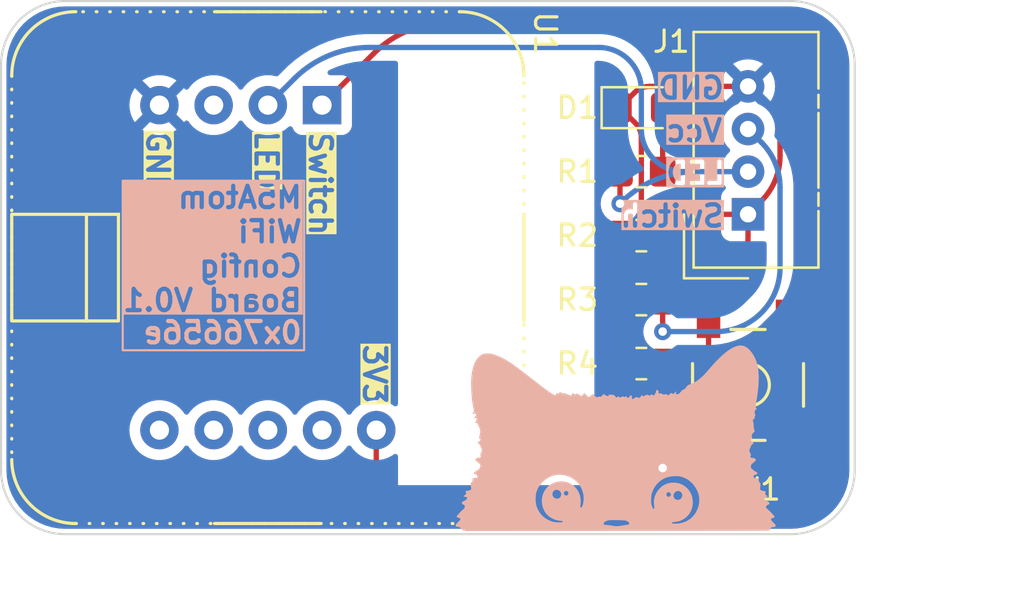
<source format=kicad_pcb>
(kicad_pcb (version 20221018) (generator pcbnew)
  (title_block (title "M5 Atom Carrier Board") (date "2023-11-14") (rev "1"))
  (layers (0 "F.Cu" signal) (31 "B.Cu" signal) (34 "B.Paste" user) (35 "F.Paste" user) (36 "B.SilkS" user "B.Silkscreen") (37 "F.SilkS" user "F.Silkscreen") (38 "B.Mask" user) (39 "F.Mask" user) (44 "Edge.Cuts" user))
  (net 0 "")
  (net 1 "GND")
  (net 2 "Net-(D1-A)")
  (net 3 "/SW")
  (net 4 "/LED")
  (net 5 "/Vcc")
  (net 6 "+3V3")
  (net 7 "Net-(R4-Pad1)")
  (net 8 "Net-(U1-5V)")
  (footprint "Resistor_SMD:R_0805_2012Metric_Pad1.20x1.40mm_HandSolder" (layer "F.Cu") (at 110 64)
    (fp_text reference "R3" (at -3 0) (layer "F.SilkS"))
    (fp_text value "10K")
    (pad "1" smd roundrect locked (at -1 0) (size 1.2 1.4) (layers "F.Cu" "F.Paste" "F.Mask") (roundrect_rratio 0.208333) (net 6 "+3V3"))
    (pad "2" smd roundrect locked (at 1 0) (size 1.2 1.4) (layers "F.Cu" "F.Paste" "F.Mask") (roundrect_rratio 0.208333) (net 5 "/Vcc"))
  )
  (footprint "LED_SMD:LED_0805_2012Metric_Pad1.15x1.40mm_HandSolder" (layer "F.Cu") (at 110 55)
    (fp_text reference "D1" (at -3 0) (layer "F.SilkS"))
    (fp_text value "LED")
    (pad "1" smd roundrect locked (at -1.025 0) (size 1.15 1.4) (layers "F.Cu" "F.Paste" "F.Mask") (roundrect_rratio 0.217391) (net 1 "GND"))
    (pad "2" smd roundrect locked (at 1.025 0) (size 1.15 1.4) (layers "F.Cu" "F.Paste" "F.Mask") (roundrect_rratio 0.217391) (net 2 "Net-(D1-A)"))
  )
  (footprint "Resistor_SMD:R_0805_2012Metric_Pad1.20x1.40mm_HandSolder" (layer "F.Cu") (at 110 70 180)
    (fp_text reference "R5" (at 3 0) (layer "F.SilkS"))
    (fp_text value "10K")
    (pad "1" smd roundrect locked (at -1 0 180) (size 1.2 1.4) (layers "F.Cu" "F.Paste" "F.Mask") (roundrect_rratio 0.208333) (net 1 "GND"))
    (pad "2" smd roundrect locked (at 1 0 180) (size 1.2 1.4) (layers "F.Cu" "F.Paste" "F.Mask") (roundrect_rratio 0.208333) (net 7 "Net-(R4-Pad1)"))
  )
  (footprint "Resistor_SMD:R_0805_2012Metric_Pad1.20x1.40mm_HandSolder" (layer "F.Cu") (at 110 61 180)
    (fp_text reference "R2" (at 3 0) (layer "F.SilkS"))
    (fp_text value "10K")
    (pad "1" smd roundrect locked (at -1 0 180) (size 1.2 1.4) (layers "F.Cu" "F.Paste" "F.Mask") (roundrect_rratio 0.208333) (net 3 "/SW"))
    (pad "2" smd roundrect locked (at 1 0 180) (size 1.2 1.4) (layers "F.Cu" "F.Paste" "F.Mask") (roundrect_rratio 0.208333) (net 1 "GND"))
  )
  (footprint "M5Stack_THT:M5Atom" (layer "F.Cu") (at 92.5 62.5 -90)
    (fp_text reference "U1" (at -11 -13 -90 unlocked) (layer "F.SilkS"))
    (fp_text value "M5Atom")
    (pad "1" thru_hole rect locked (at -7.62 -2.54 270) (size 1.8 1.8) (drill 0.9) (layers "*.Cu" "*.Mask") (net 3 "/SW"))
    (pad "2" thru_hole circle locked (at -7.62 0 270) (size 1.8 1.8) (drill 0.9) (layers "*.Cu" "*.Mask") (net 4 "/LED"))
    (pad "3" thru_hole circle locked (at -7.62 2.54 270) (size 1.8 1.8) (drill 0.9) (layers "*.Cu" "*.Mask") (net 8 "Net-(U1-5V)"))
    (pad "4" thru_hole circle locked (at -7.62 5.08 270) (size 1.8 1.8) (drill 0.9) (layers "*.Cu" "*.Mask") (net 1 "GND"))
    (pad "5" thru_hole circle locked (at 7.62 5.08 270) (size 1.8 1.8) (drill 0.9) (layers "*.Cu" "*.Mask"))
    (pad "6" thru_hole circle locked (at 7.62 2.54 270) (size 1.8 1.8) (drill 0.9) (layers "*.Cu" "*.Mask"))
    (pad "7" thru_hole circle locked (at 7.62 0 270) (size 1.8 1.8) (drill 0.9) (layers "*.Cu" "*.Mask"))
    (pad "8" thru_hole circle locked (at 7.62 -2.54 270) (size 1.8 1.8) (drill 0.9) (layers "*.Cu" "*.Mask"))
    (pad "9" thru_hole circle locked (at 7.62 -5.08 270) (size 1.8 1.8) (drill 0.9) (layers "*.Cu" "*.Mask") (net 6 "+3V3"))
    (zone (net 0) (net_name "") (layers "*.Cu") (name "Antenna Keepout") (connect_pads (clearance 0)) (min_thickness 0.25)
      (keepout (tracks not_allowed) (vias not_allowed) (pads not_allowed) (copperpour not_allowed) (footprints not_allowed))
      (fill (thermal_gap 0.5) (thermal_bridge_width 0.5))
      (polygon (pts (xy 107.8 52.3) (xy 98.6 52.3) (xy 98.6 72.7) (xy 107.8 72.7)))
    )
  )
  (footprint "Connector:NS-Tech_Grove_1x04_P2mm_Vertical" (layer "F.Cu") (at 115 60 180)
    (fp_text reference "J1" (at 3.6 8.1) (layer "F.SilkS"))
    (fp_text value "Grove")
    (pad "1" thru_hole rect locked (at 0 0 180) (size 1.524 1.524) (drill 0.762) (layers "*.Cu" "*.Mask") (net 3 "/SW"))
    (pad "2" thru_hole circle locked (at 0 2 180) (size 1.524 1.524) (drill 0.762) (layers "*.Cu" "*.Mask") (net 4 "/LED"))
    (pad "3" thru_hole circle locked (at 0 4 180) (size 1.524 1.524) (drill 0.762) (layers "*.Cu" "*.Mask") (net 5 "/Vcc"))
    (pad "4" thru_hole circle locked (at 0 6 180) (size 1.524 1.524) (drill 0.762) (layers "*.Cu" "*.Mask") (net 1 "GND"))
  )
  (footprint "Resistor_SMD:R_0805_2012Metric_Pad1.20x1.40mm_HandSolder" (layer "F.Cu") (at 110 58)
    (fp_text reference "R1" (at -3 0) (layer "F.SilkS"))
    (fp_text value "330")
    (pad "1" smd roundrect locked (at -1 0) (size 1.2 1.4) (layers "F.Cu" "F.Paste" "F.Mask") (roundrect_rratio 0.208333) (net 4 "/LED"))
    (pad "2" smd roundrect locked (at 1 0) (size 1.2 1.4) (layers "F.Cu" "F.Paste" "F.Mask") (roundrect_rratio 0.208333) (net 2 "Net-(D1-A)"))
  )
  (footprint "Resistor_SMD:R_0805_2012Metric_Pad1.20x1.40mm_HandSolder" (layer "F.Cu") (at 110 67 180)
    (fp_text reference "R4" (at 3 0) (layer "F.SilkS"))
    (fp_text value "10K")
    (pad "1" smd roundrect locked (at -1 0 180) (size 1.2 1.4) (layers "F.Cu" "F.Paste" "F.Mask") (roundrect_rratio 0.208333) (net 7 "Net-(R4-Pad1)"))
    (pad "2" smd roundrect locked (at 1 0 180) (size 1.2 1.4) (layers "F.Cu" "F.Paste" "F.Mask") (roundrect_rratio 0.208333) (net 6 "+3V3"))
  )
  (footprint "Switch_SMD:SparkFun_COM-08720" (layer "F.Cu") (at 115 68 90)
    (fp_text reference "SW1" (at -4.9 0 unlocked) (layer "F.SilkS"))
    (fp_text value "Button")
    (pad "1" smd rect locked (at -3.1 -1.85 90) (size 1.8 1.1) (layers "F.Cu" "F.Paste" "F.Mask") (net 3 "/SW"))
    (pad "1" smd rect locked (at 3.1 -1.85 90) (size 1.8 1.1) (layers "F.Cu" "F.Paste" "F.Mask") (net 3 "/SW"))
    (pad "2" smd rect locked (at -3.1 1.85 90) (size 1.8 1.1) (layers "F.Cu" "F.Paste" "F.Mask") (net 6 "+3V3"))
    (pad "2" smd rect locked (at 3.1 1.85 90) (size 1.8 1.1) (layers "F.Cu" "F.Paste" "F.Mask") (net 6 "+3V3"))
  )
  (footprint "Logo:Cat1-Logo_15x8.7mm_SilkScreen" (layer "B.Cu") (at 108.8 70.5 180)
    (fp_text reference "REF**" hide)
    (fp_text value "Cat1-Logo_15x8.7mm_SilkScreen" hide)
  )
  (gr_rect locked (start 85.7 58.425) (end 94.2 66.375) (stroke (width 0.1)) (fill none) (layer "B.SilkS"))
  (gr_arc locked (start 120 72) (mid 119.12132 74.12132) (end 117 75) (stroke (width 0.1)) (layer "Edge.Cuts"))
  (gr_arc locked (start 117 50) (mid 119.12132 50.87868) (end 120 53) (stroke (width 0.1)) (layer "Edge.Cuts"))
  (gr_arc locked (start 80 53) (mid 80.87868 50.87868) (end 83 50) (stroke (width 0.1)) (layer "Edge.Cuts"))
  (gr_line locked (start 120 53) (end 120 72) (stroke (width 0.1)) (layer "Edge.Cuts"))
  (gr_arc locked (start 83 75) (mid 80.87868 74.12132) (end 80 72) (stroke (width 0.1)) (layer "Edge.Cuts"))
  (gr_line locked (start 80 53) (end 80 72) (stroke (width 0.1)) (layer "Edge.Cuts"))
  (gr_line locked (start 83 75) (end 117 75) (stroke (width 0.1)) (layer "Edge.Cuts"))
  (gr_line locked (start 117 50) (end 83 50) (stroke (width 0.1)) (layer "Edge.Cuts"))
  (gr_text locked "GND" (at 113.98 54.664) (layer "B.SilkS" knockout) (effects (font (size 1 1) (thickness 0.2) bold) (justify left bottom mirror)))
  (gr_text locked "Vcc" (at 113.89 56.664) (layer "B.SilkS" knockout) (effects (font (size 1 1) (thickness 0.2) bold) (justify left bottom mirror)))
  (gr_text locked "LED" (at 114.03 58.664) (layer "B.SilkS" knockout) (effects (font (size 1 1) (thickness 0.2) bold) (justify left bottom mirror)))
  (gr_text locked "M5Atom\nWiFi\nConfig\nBoard V0.1" (at 94.2 64.625) (layer "B.SilkS" knockout) (effects (font (size 1 1) (thickness 0.2) bold) (justify left bottom mirror)))
  (gr_text locked "Switch" (at 113.98 60.664) (layer "B.SilkS" knockout) (effects (font (size 1 1) (thickness 0.2) bold) (justify left bottom mirror)))
  (gr_text locked "0x76656e" (at 94.2 66.135) (layer "B.SilkS") (effects (font (size 1 1) (thickness 0.2) bold) (justify left bottom mirror)))
  (gr_text locked "3V3" (at 96.916 66 270) (layer "F.SilkS" knockout) (effects (font (size 1 1) (thickness 0.2) bold) (justify left bottom)))
  (gr_text locked "LED" (at 91.836 55.97 270) (layer "F.SilkS" knockout) (effects (font (size 1 1) (thickness 0.2) bold) (justify left bottom)))
  (gr_text locked "GND" (at 86.756 55.97 270) (layer "F.SilkS" knockout) (effects (font (size 1 1) (thickness 0.2) bold) (justify left bottom)))
  (gr_text locked "Switch" (at 94.376 56.02 270) (layer "F.SilkS" knockout) (effects (font (size 1 1) (thickness 0.2) bold) (justify left bottom)))
  (segment (start 110.389214 54) (end 115 54) (width 0.25) (layer "F.Cu") (net 1))
  (segment (start 109 55) (end 108.975 55) (width 0.1524) (layer "F.Cu") (net 1))
  (segment (start 109.707107 55.707107) (end 109 55) (width 0.25) (layer "F.Cu") (net 1))
  (segment (start 108.975 55) (end 109.682107 54.292893) (width 0.25) (layer "F.Cu") (net 1))
  (segment (start 111 70) (end 111 71.9) (width 0.25) (layer "F.Cu") (net 1))
  (segment (start 109 61) (end 109.707107 60.292893) (width 0.25) (layer "F.Cu") (net 1))
  (segment (start 110 59.585786) (end 110 56.414214) (width 0.25) (layer "F.Cu") (net 1))
  (via (at 111 71.9) (size 0.8) (drill 0.4) (layers "F.Cu" "B.Cu") (net 1))
  (arc (start 109.707107 55.707107) (mid 109.92388 56.03153) (end 110 56.414214) (width 0.25) (layer "F.Cu") (net 1))
  (arc (start 110.389214 54) (mid 110.006531 54.07612) (end 109.682107 54.292893) (width 0.25) (layer "F.Cu") (net 1))
  (arc (start 109.707107 60.292893) (mid 109.92388 59.96847) (end 110 59.585786) (width 0.25) (layer "F.Cu") (net 1))
  (segment (start 111 55.025) (end 111.025 55) (width 0.1524) (layer "F.Cu") (net 2))
  (segment (start 111 58) (end 111 55.025) (width 0.25) (layer "F.Cu") (net 2))
  (segment (start 113.535534 64.514466) (end 113.15 64.9) (width 0.25) (layer "F.Cu") (net 3))
  (segment (start 116.5 57.257359) (end 116.5 54) (width 0.25) (layer "F.Cu") (net 3))
  (segment (start 115 60) (end 115.621321 59.378679) (width 0.25) (layer "F.Cu") (net 3))
  (segment (start 115 60) (end 112.414214 60) (width 0.25) (layer "F.Cu") (net 3))
  (segment (start 97.455534 52.464466) (end 95.04 54.88) (width 0.25) (layer "F.Cu") (net 3))
  (segment (start 113.15 71.1) (end 113.15 64.9) (width 0.25) (layer "F.Cu") (net 3))
  (segment (start 113.5 51) (end 100.991068 51) (width 0.25) (layer "F.Cu") (net 3))
  (segment (start 111.707107 60.292893) (end 111 61) (width 0.25) (layer "F.Cu") (net 3))
  (segment (start 115 60) (end 115 60.978932) (width 0.25) (layer "F.Cu") (net 3))
  (arc (start 116.5 54) (mid 115.62132 51.87868) (end 113.5 51) (width 0.25) (layer "F.Cu") (net 3))
  (arc (start 116.5 57.257359) (mid 116.271639 58.405409) (end 115.621321 59.378679) (width 0.25) (layer "F.Cu") (net 3))
  (arc (start 97.455534 52.464466) (mid 99.077651 51.380602) (end 100.991068 51) (width 0.25) (layer "F.Cu") (net 3))
  (arc (start 113.535534 64.514466) (mid 114.619398 62.892349) (end 115 60.978932) (width 0.25) (layer "F.Cu") (net 3))
  (arc (start 112.414214 60) (mid 112.031531 60.07612) (end 111.707107 60.292893) (width 0.25) (layer "F.Cu") (net 3))
  (segment (start 109 58) (end 109 59.5) (width 0.25) (layer "F.Cu") (net 4))
  (via (at 109 59.5) (size 0.8) (drill 0.4) (layers "F.Cu" "B.Cu") (net 4))
  (segment (start 97.276068 52.175) (end 108 52.175) (width 0.25) (layer "B.Cu") (net 4))
  (segment (start 92.5 54.88) (end 93.740534 53.639466) (width 0.25) (layer "B.Cu") (net 4))
  (segment (start 112 58) (end 115 58) (width 0.25) (layer "B.Cu") (net 4))
  (segment (start 109 59.5) (end 109.035534 59.464466) (width 0.25) (layer "B.Cu") (net 4))
  (segment (start 110 54.175) (end 110 56) (width 0.25) (layer "B.Cu") (net 4))
  (arc (start 110 56) (mid 110.585786 57.414214) (end 112 58) (width 0.25) (layer "B.Cu") (net 4))
  (arc (start 93.740534 53.639466) (mid 95.362649 52.555592) (end 97.276068 52.175) (width 0.25) (layer "B.Cu") (net 4))
  (arc (start 112.571068 58) (mid 110.657651 58.380602) (end 109.035534 59.464466) (width 0.25) (layer "B.Cu") (net 4))
  (arc (start 108 52.175) (mid 109.414214 52.760786) (end 110 54.175) (width 0.25) (layer "B.Cu") (net 4))
  (segment (start 111 64) (end 111 65.5) (width 0.25) (layer "F.Cu") (net 5))
  (via (at 111 65.5) (size 0.8) (drill 0.4) (layers "F.Cu" "B.Cu") (net 5))
  (segment (start 115 56) (end 115.62132 56.62132) (width 0.25) (layer "B.Cu") (net 5))
  (segment (start 116.5 58.742641) (end 116.5 62.5) (width 0.25) (layer "B.Cu") (net 5))
  (segment (start 113.5 65.5) (end 111 65.5) (width 0.25) (layer "B.Cu") (net 5))
  (arc (start 116.5 62.5) (mid 115.62132 64.62132) (end 113.5 65.5) (width 0.25) (layer "B.Cu") (net 5))
  (arc (start 115.62132 56.62132) (mid 116.271625 57.594593) (end 116.5 58.742641) (width 0.25) (layer "B.Cu") (net 5))
  (segment (start 107.975 71.5) (end 107.975 68.439214) (width 0.25) (layer "F.Cu") (net 6))
  (segment (start 112.378932 73.5) (end 109.975 73.5) (width 0.25) (layer "F.Cu") (net 6))
  (segment (start 109 64) (end 109 67) (width 0.25) (layer "F.Cu") (net 6))
  (segment (start 116.85 71.1) (end 116.85 64.9) (width 0.25) (layer "F.Cu") (net 6))
  (segment (start 97.58 71.5) (end 97.58 70.12) (width 0.25) (layer "F.Cu") (net 6))
  (segment (start 112.378932 73.5) (end 114.85 73.5) (width 0.25) (layer "F.Cu") (net 6))
  (segment (start 116.85 71.1) (end 116.85 71.5) (width 0.25) (layer "F.Cu") (net 6))
  (segment (start 99.58 73.5) (end 111 73.5) (width 0.25) (layer "F.Cu") (net 6))
  (segment (start 108.267893 67.732107) (end 109 67) (width 0.25) (layer "F.Cu") (net 6))
  (arc (start 116.85 71.5) (mid 116.264214 72.914214) (end 114.85 73.5) (width 0.25) (layer "F.Cu") (net 6))
  (arc (start 109.975 73.5) (mid 108.560786 72.914214) (end 107.975 71.5) (width 0.25) (layer "F.Cu") (net 6))
  (arc (start 107.975 68.439214) (mid 108.051125 68.056531) (end 108.267893 67.732107) (width 0.25) (layer "F.Cu") (net 6))
  (arc (start 97.58 71.5) (mid 98.165786 72.914214) (end 99.58 73.5) (width 0.25) (layer "F.Cu") (net 6))
  (segment (start 109 70) (end 110.707107 68.292893) (width 0.25) (layer "F.Cu") (net 7))
  (segment (start 111 67.585786) (end 111 67) (width 0.25) (layer "F.Cu") (net 7))
  (arc (start 111 67.585786) (mid 110.92388 67.968469) (end 110.707107 68.292893) (width 0.25) (layer "F.Cu") (net 7))
  (zone (net 1) (net_name "GND") (layer "B.Cu") (connect_pads (clearance 0.5)) (min_thickness 0.25) (fill yes (thermal_gap 0.5) (thermal_bridge_width 0.5))
    (polygon (pts (xy 80 50) (xy 80 75) (xy 120 75) (xy 120 50)))
  )
)
</source>
